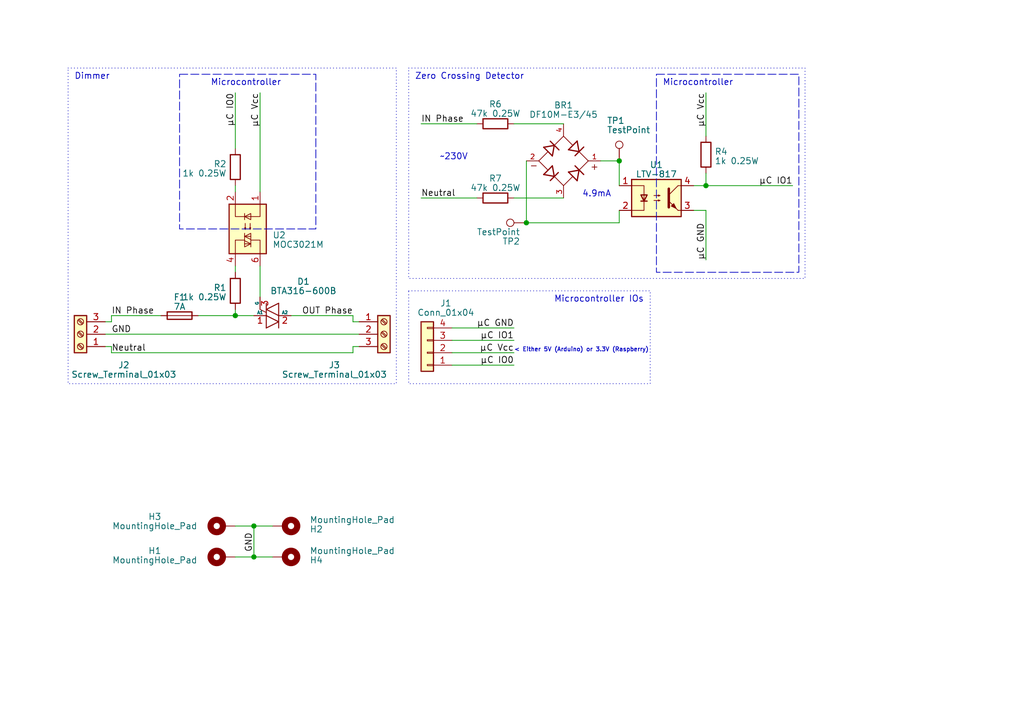
<source format=kicad_sch>
(kicad_sch (version 20230121) (generator eeschema)
  (paper "A5")
  (lib_symbols
    (symbol "Connector:Screw_Terminal_01x03" (pin_names (offset 1.016) hide)
      (property "Reference" "J" (at 0 5.08 0))
      (property "Value" "Screw_Terminal_01x03" (at 0 -5.08 0))
      (symbol "Screw_Terminal_01x03_1_1"
        (rectangle (start -1.27 3.81) (end 1.27 -3.81) (stroke (width 0.254)) (fill (type background)))
        (circle (center 0 -2.54) (radius 0.635) (stroke (width 0.1524)))
        (polyline (pts (xy -0.5334 -2.2098) (xy 0.3302 -3.048)) (stroke (width 0.1524)))
        (polyline (pts (xy -0.5334 0.3302) (xy 0.3302 -0.508)) (stroke (width 0.1524)))
        (polyline (pts (xy -0.5334 2.8702) (xy 0.3302 2.032)) (stroke (width 0.1524)))
        (polyline (pts (xy -0.3556 -2.032) (xy 0.508 -2.8702)) (stroke (width 0.1524)))
        (polyline (pts (xy -0.3556 0.508) (xy 0.508 -0.3302)) (stroke (width 0.1524)))
        (polyline (pts (xy -0.3556 3.048) (xy 0.508 2.2098)) (stroke (width 0.1524)))
        (circle (center 0 0) (radius 0.635) (stroke (width 0.1524)))
        (circle (center 0 2.54) (radius 0.635) (stroke (width 0.1524)))
        (pin passive line (at -5.08 2.54 0) (length 3.81) (name "Pin_1") (number "1"))
        (pin passive line (at -5.08 0 0) (length 3.81) (name "Pin_2") (number "2"))
        (pin passive line (at -5.08 -2.54 0) (length 3.81) (name "Pin_3") (number "3"))
      )
    )
    (symbol "Connector:TestPoint" (pin_numbers hide) (pin_names (offset 0.762) hide)
      (property "Reference" "TP" (at 0 6.858 0))
      (property "Value" "TestPoint" (at 0 5.08 0))
      (symbol "TestPoint_0_1"
        (circle (center 0 3.302) (radius 0.762))
      )
      (symbol "TestPoint_1_1"
        (pin passive line (at 0 0 90) (length 2.54) (name "1") (number "1"))
      )
    )
    (symbol "Connector_Generic:Conn_01x04" (pin_names (offset 1.016) hide)
      (property "Reference" "J" (at 0 5.08 0))
      (property "Value" "Conn_01x04" (at 0 -7.62 0))
      (symbol "Conn_01x04_1_1"
        (rectangle (start -1.27 -4.953) (end 0 -5.207) (stroke (width 0.1524)))
        (rectangle (start -1.27 -2.413) (end 0 -2.667) (stroke (width 0.1524)))
        (rectangle (start -1.27 0.127) (end 0 -0.127) (stroke (width 0.1524)))
        (rectangle (start -1.27 2.667) (end 0 2.413) (stroke (width 0.1524)))
        (rectangle (start -1.27 3.81) (end 1.27 -6.35) (stroke (width 0.254)) (fill (type background)))
        (pin passive line (at -5.08 2.54 0) (length 3.81) (name "Pin_1") (number "1"))
        (pin passive line (at -5.08 0 0) (length 3.81) (name "Pin_2") (number "2"))
        (pin passive line (at -5.08 -2.54 0) (length 3.81) (name "Pin_3") (number "3"))
        (pin passive line (at -5.08 -5.08 0) (length 3.81) (name "Pin_4") (number "4"))
      )
    )
    (symbol "DF10M-E3_45:DF10M-E3{slash}45" (pin_names (offset 1.016))
      (property "Reference" "BR" (at 5.08 5.08 0))
      (property "Value" "DF10M-E3{slash}45" (at 5.08 -7.62 0))
      (symbol "DF10M-E3{slash}45_0_0"
        (polyline (pts (xy -6.858 1.27) (xy -5.842 1.27)) (stroke (width 0.1524)))
        (polyline (pts (xy -6.35 0.762) (xy -6.35 1.778)) (stroke (width 0.1524)))
        (polyline (pts (xy -5.08 0) (xy -3.175 -1.905)) (stroke (width 0.1524)))
        (polyline (pts (xy -3.175 -1.905) (xy -2.794 -4.064)) (stroke (width 0.254)))
        (polyline (pts (xy -3.175 -1.905) (xy -1.016 -2.286)) (stroke (width 0.254)))
        (polyline (pts (xy -3.175 1.905) (xy -5.08 0)) (stroke (width 0.1524)))
        (polyline (pts (xy -3.175 1.905) (xy -2.794 4.064)) (stroke (width 0.254)))
        (polyline (pts (xy -3.175 1.905) (xy -1.016 2.286)) (stroke (width 0.254)))
        (polyline (pts (xy -2.3622 -1.0668) (xy -4.1402 -2.8448)) (stroke (width 0.254)))
        (polyline (pts (xy -2.3622 1.016) (xy -4.1402 2.794)) (stroke (width 0.254)))
        (polyline (pts (xy -1.016 -2.286) (xy -2.794 -4.064)) (stroke (width 0.254)))
        (polyline (pts (xy -1.016 2.286) (xy -2.794 4.064)) (stroke (width 0.254)))
        (polyline (pts (xy 0 -5.08) (xy -1.8034 -3.2766)) (stroke (width 0.1524)))
        (polyline (pts (xy 0 -5.08) (xy 1.905 -3.175)) (stroke (width 0.1524)))
        (polyline (pts (xy 0 5.08) (xy -1.8034 3.2766)) (stroke (width 0.1524)))
        (polyline (pts (xy 1.905 -3.175) (xy 2.286 -1.016)) (stroke (width 0.254)))
        (polyline (pts (xy 1.905 -3.175) (xy 4.064 -2.794)) (stroke (width 0.254)))
        (polyline (pts (xy 1.905 3.175) (xy 0 5.08)) (stroke (width 0.1524)))
        (polyline (pts (xy 1.905 3.175) (xy 2.286 1.016)) (stroke (width 0.254)))
        (polyline (pts (xy 1.905 3.175) (xy 4.064 2.794)) (stroke (width 0.254)))
        (polyline (pts (xy 2.7178 -4.0386) (xy 0.9398 -2.2606)) (stroke (width 0.254)))
        (polyline (pts (xy 2.7178 4.0386) (xy 1.0668 2.3876)) (stroke (width 0.254)))
        (polyline (pts (xy 3.2766 -1.8034) (xy 5.08 0)) (stroke (width 0.1524)))
        (polyline (pts (xy 4.064 -2.794) (xy 2.286 -1.016)) (stroke (width 0.254)))
        (polyline (pts (xy 4.064 2.794) (xy 2.286 1.016)) (stroke (width 0.254)))
        (polyline (pts (xy 5.08 0) (xy 3.2766 1.8034)) (stroke (width 0.1524)))
        (polyline (pts (xy 5.588 1.016) (xy 6.604 1.016)) (stroke (width 0.1524)))
        (pin passive line (at -7.62 0 0) (length 2.54) (name "~") (number "1"))
        (pin passive line (at 7.62 0 180) (length 2.54) (name "~") (number "2"))
        (pin passive line (at 0 7.62 270) (length 2.54) (name "~") (number "3"))
        (pin passive line (at 0 -7.62 90) (length 2.54) (name "~") (number "4"))
      )
    )
    (symbol "Device:Fuse" (pin_numbers hide) (pin_names (offset 0))
      (property "Reference" "F" (at 2.032 0 90))
      (property "Value" "Fuse" (at -1.905 0 90))
      (symbol "Fuse_0_1"
        (rectangle (start -0.762 -2.54) (end 0.762 2.54) (stroke (width 0.254)))
        (polyline (pts (xy 0 2.54) (xy 0 -2.54)))
      )
      (symbol "Fuse_1_1"
        (pin passive line (at 0 3.81 270) (length 1.27) (name "~") (number "1"))
        (pin passive line (at 0 -3.81 90) (length 1.27) (name "~") (number "2"))
      )
    )
    (symbol "Device:Q_TRIAC_A1A2G" (pin_names (offset 0))
      (property "Reference" "D" (at 3.175 0.635 0))
      (property "Value" "Q_TRIAC_A1A2G" (at 3.175 -1.27 0))
      (symbol "Q_TRIAC_A1A2G_0_1"
        (polyline (pts (xy -2.54 -1.27) (xy 2.54 -1.27)) (stroke (width 0.2032)))
        (polyline (pts (xy -2.54 1.27) (xy 2.54 1.27)) (stroke (width 0.2032)))
        (polyline (pts (xy -1.27 -2.54) (xy -0.635 -1.27)))
        (polyline (pts (xy -2.54 1.27) (xy -1.27 -1.27) (xy 0 1.27)) (stroke (width 0.2032)))
        (polyline (pts (xy 0 -1.27) (xy 1.27 1.27) (xy 2.54 -1.27)) (stroke (width 0.2032)))
      )
      (symbol "Q_TRIAC_A1A2G_1_1"
        (pin passive line (at 0 -3.81 90) (length 2.54) (name "A1") (number "1"))
        (pin passive line (at 0 3.81 270) (length 2.54) (name "A2") (number "2"))
        (pin input line (at -3.81 -2.54 0) (length 2.54) (name "G") (number "3"))
      )
    )
    (symbol "Device:R" (pin_numbers hide) (pin_names (offset 0))
      (property "Reference" "R" (at 2.032 0 90))
      (property "Value" "R" (at 0 0 90))
      (symbol "R_0_1"
        (rectangle (start -1.016 -2.54) (end 1.016 2.54) (stroke (width 0.254)))
      )
      (symbol "R_1_1"
        (pin passive line (at 0 3.81 270) (length 1.27) (name "~") (number "1"))
        (pin passive line (at 0 -3.81 90) (length 1.27) (name "~") (number "2"))
      )
    )
    (symbol "Isolator:EL817" (pin_names (offset 1.016))
      (property "Reference" "U" (at -5.08 5.08 0))
      (property "Value" "EL817" (at 0 5.08 0))
      (symbol "EL817_0_1"
        (rectangle (start -5.08 3.81) (end 5.08 -3.81) (stroke (width 0.254)) (fill (type background)))
        (polyline (pts (xy -3.175 -0.635) (xy -1.905 -0.635)) (stroke (width 0.254)))
        (polyline (pts (xy 2.54 0.635) (xy 4.445 2.54)))
        (polyline (pts (xy 4.445 -2.54) (xy 2.54 -0.635)) (fill (type outline)))
        (polyline (pts (xy 4.445 -2.54) (xy 5.08 -2.54)))
        (polyline (pts (xy 4.445 2.54) (xy 5.08 2.54)))
        (polyline (pts (xy -5.08 2.54) (xy -2.54 2.54) (xy -2.54 -0.635)))
        (polyline (pts (xy -2.54 -0.635) (xy -2.54 -2.54) (xy -5.08 -2.54)))
        (polyline (pts (xy 2.54 1.905) (xy 2.54 -1.905) (xy 2.54 -1.905)) (stroke (width 0.508)))
        (polyline (pts (xy -2.54 -0.635) (xy -3.175 0.635) (xy -1.905 0.635) (xy -2.54 -0.635)) (stroke (width 0.254)))
        (polyline (pts (xy -0.508 -0.508) (xy 0.762 -0.508) (xy 0.381 -0.635) (xy 0.381 -0.381) (xy 0.762 -0.508)))
        (polyline (pts (xy -0.508 0.508) (xy 0.762 0.508) (xy 0.381 0.381) (xy 0.381 0.635) (xy 0.762 0.508)))
        (polyline (pts (xy 3.048 -1.651) (xy 3.556 -1.143) (xy 4.064 -2.159) (xy 3.048 -1.651) (xy 3.048 -1.651)) (fill (type outline)))
      )
      (symbol "EL817_1_1"
        (pin passive line (at -7.62 2.54 0) (length 2.54) (name "~") (number "1"))
        (pin passive line (at -7.62 -2.54 0) (length 2.54) (name "~") (number "2"))
        (pin passive line (at 7.62 -2.54 180) (length 2.54) (name "~") (number "3"))
        (pin passive line (at 7.62 2.54 180) (length 2.54) (name "~") (number "4"))
      )
    )
    (symbol "Mechanical:MountingHole_Pad" (pin_numbers hide) (pin_names (offset 1.016) hide)
      (property "Reference" "H" (at 0 6.35 0))
      (property "Value" "MountingHole_Pad" (at 0 4.445 0))
      (symbol "MountingHole_Pad_0_1"
        (circle (center 0 1.27) (radius 1.27) (stroke (width 1.27)))
      )
      (symbol "MountingHole_Pad_1_1"
        (pin input line (at 0 -2.54 90) (length 2.54) (name "1") (number "1"))
      )
    )
    (symbol "Relay_SolidState:MOC3021M"
      (property "Reference" "U" (at -5.334 4.826 0))
      (property "Value" "MOC3021M" (at 0 5.08 0))
      (symbol "MOC3021M_0_1"
        (rectangle (start -5.08 3.81) (end 5.08 -3.81) (stroke (width 0.254)) (fill (type background)))
        (polyline (pts (xy -3.175 -0.635) (xy -1.905 -0.635)))
        (polyline (pts (xy 1.524 -0.635) (xy 1.524 0.635)))
        (polyline (pts (xy 3.048 0.635) (xy 3.048 -0.635)))
        (polyline (pts (xy 2.286 -0.635) (xy 2.286 -2.54) (xy 5.08 -2.54)))
        (polyline (pts (xy 2.286 0.635) (xy 2.286 2.54) (xy 5.08 2.54)))
        (polyline (pts (xy -5.08 2.54) (xy -2.54 2.54) (xy -2.54 -2.54) (xy -5.08 -2.54)))
        (polyline (pts (xy -2.54 -0.635) (xy -3.175 0.635) (xy -1.905 0.635) (xy -2.54 -0.635)))
        (polyline (pts (xy 0.889 -0.635) (xy 3.683 -0.635) (xy 3.048 0.635) (xy 2.413 -0.635)))
        (polyline (pts (xy 3.683 0.635) (xy 0.889 0.635) (xy 1.524 -0.635) (xy 2.159 0.635)))
        (polyline (pts (xy -1.143 -0.508) (xy 0.127 -0.508) (xy -0.254 -0.635) (xy -0.254 -0.381) (xy 0.127 -0.508)))
        (polyline (pts (xy -1.143 0.508) (xy 0.127 0.508) (xy -0.254 0.381) (xy -0.254 0.635) (xy 0.127 0.508)))
      )
      (symbol "MOC3021M_1_1"
        (pin passive line (at -7.62 2.54 0) (length 2.54) (name "~") (number "1"))
        (pin passive line (at -7.62 -2.54 0) (length 2.54) (name "~") (number "2"))
        (pin no_connect line (at -5.08 0 0) (length 2.54) hide (name "NC") (number "3"))
        (pin passive line (at 7.62 -2.54 180) (length 2.54) (name "~") (number "4"))
        (pin no_connect line (at 5.08 0 180) (length 2.54) hide (name "NC") (number "5"))
        (pin passive line (at 7.62 2.54 180) (length 2.54) (name "~") (number "6"))
      )
    )
  )
  (junction (at 144.78 38.1))
  (junction (at 52.07 107.95))
  (junction (at 107.95 45.72))
  (junction (at 127 33.02))
  (junction (at 48.26 64.77))
  (junction (at 52.07 114.3))
  (wire (pts (xy 105.41 40.64) (xy 115.57 40.64)))
  (wire (pts (xy 72.39 71.12) (xy 73.66 71.12)))
  (wire (pts (xy 86.36 40.64) (xy 97.79 40.64)))
  (wire (pts (xy 72.39 64.77) (xy 72.39 66.04)))
  (wire (pts (xy 123.19 33.02) (xy 127 33.02)))
  (wire (pts (xy 59.69 64.77) (xy 72.39 64.77)))
  (wire (pts (xy 53.34 19.05) (xy 53.34 39.37)))
  (wire (pts (xy 21.59 68.58) (xy 73.66 68.58)))
  (wire (pts (xy 48.26 55.88) (xy 48.26 54.61)))
  (wire (pts (xy 144.78 19.05) (xy 144.78 27.94)))
  (wire (pts (xy 127 33.02) (xy 127 38.1)))
  (wire (pts (xy 92.71 69.85) (xy 105.41 69.85)))
  (wire (pts (xy 92.71 74.93) (xy 105.41 74.93)))
  (wire (pts (xy 52.07 107.95) (xy 55.88 107.95)))
  (wire (pts (xy 92.71 67.31) (xy 105.41 67.31)))
  (wire (pts (xy 144.78 43.18) (xy 144.78 53.34)))
  (wire (pts (xy 48.26 107.95) (xy 52.07 107.95)))
  (wire (pts (xy 48.26 19.05) (xy 48.26 30.48)))
  (wire (pts (xy 22.86 64.77) (xy 33.02 64.77)))
  (wire (pts (xy 22.86 72.39) (xy 72.39 72.39)))
  (wire (pts (xy 144.78 38.1) (xy 144.78 35.56)))
  (wire (pts (xy 142.24 38.1) (xy 144.78 38.1)))
  (wire (pts (xy 53.34 54.61) (xy 53.34 60.96)))
  (wire (pts (xy 107.95 45.72) (xy 127 45.72)))
  (wire (pts (xy 40.64 64.77) (xy 48.26 64.77)))
  (wire (pts (xy 107.95 45.72) (xy 107.95 33.02)))
  (wire (pts (xy 105.41 25.4) (xy 115.57 25.4)))
  (wire (pts (xy 86.36 25.4) (xy 97.79 25.4)))
  (wire (pts (xy 48.26 114.3) (xy 52.07 114.3)))
  (wire (pts (xy 22.86 64.77) (xy 22.86 66.04)))
  (wire (pts (xy 127 45.72) (xy 127 43.18)))
  (wire (pts (xy 72.39 72.39) (xy 72.39 71.12)))
  (wire (pts (xy 22.86 71.12) (xy 21.59 71.12)))
  (wire (pts (xy 48.26 39.37) (xy 48.26 38.1)))
  (wire (pts (xy 22.86 66.04) (xy 21.59 66.04)))
  (wire (pts (xy 144.78 38.1) (xy 162.56 38.1)))
  (wire (pts (xy 48.26 63.5) (xy 48.26 64.77)))
  (wire (pts (xy 52.07 107.95) (xy 52.07 114.3)))
  (wire (pts (xy 22.86 72.39) (xy 22.86 71.12)))
  (wire (pts (xy 92.71 72.39) (xy 105.41 72.39)))
  (wire (pts (xy 55.88 114.3) (xy 52.07 114.3)))
  (wire (pts (xy 144.78 43.18) (xy 142.24 43.18)))
  (wire (pts (xy 72.39 66.04) (xy 73.66 66.04)))
  (wire (pts (xy 48.26 64.77) (xy 52.07 64.77)))
  (rectangle (start 13.97 13.97) (end 81.28 78.74) (stroke (width 0) (type dot)))
  (rectangle (start 134.62 15.24) (end 163.83 55.88) (stroke (width 0) (type dash)))
  (rectangle (start 83.82 59.69) (end 133.35 78.74) (stroke (width 0) (type dot)))
  (rectangle (start 83.82 13.97) (end 165.1 57.15) (stroke (width 0) (type dot)))
  (rectangle (start 36.83 15.24) (end 64.77 46.99) (stroke (width 0) (type dash)))
  (text "Microcontroller" (at 135.89 17.78 0) (effects (font (size 1.27 1.27)) (justify left bottom)))
  (text "< Either 5V (Arduino) or 3.3V (Raspberry)" (at 105.41 72.39 0) (effects (font (size 0.85 0.85)) (justify left bottom)))
  (text "Dimmer" (at 15.24 16.51 0) (effects (font (size 1.27 1.27)) (justify left bottom)))
  (text "~230V" (at 90.17 33.02 0) (effects (font (size 1.27 1.27)) (justify left bottom)))
  (text "Microcontroller IOs" (at 132.08 62.23 0) (effects (font (size 1.27 1.27)) (justify right bottom)))
  (text "Zero Crossing Detector" (at 85.09 16.51 0) (effects (font (size 1.27 1.27)) (justify left bottom)))
  (text "Microcontroller" (at 43.18 17.78 0) (effects (font (size 1.27 1.27)) (justify left bottom)))
  (text "4.9mA" (at 119.38 40.64 0) (effects (font (size 1.27 1.27)) (justify left bottom)))
  (label "µC Vcc" (at 53.34 19.05 270))
  (label "µC GND" (at 144.78 53.34 90))
  (label "OUT Phase" (at 72.39 64.77 180))
  (label "µC GND" (at 105.41 67.31 180))
  (label "Neutral" (at 22.86 72.39 0))
  (label "IN Phase" (at 86.36 25.4 0))
  (label "µC IO0" (at 48.26 19.05 270))
  (label "Neutral" (at 86.36 40.64 0))
  (label "GND" (at 52.07 109.22 270))
  (label "GND" (at 22.86 68.58 0))
  (label "µC Vcc" (at 144.78 19.05 270))
  (label "IN Phase" (at 22.86 64.77 0))
  (label "µC Vcc" (at 105.41 72.39 180))
  (label "µC IO0" (at 105.41 74.93 180))
  (label "µC IO1" (at 105.41 69.85 180))
  (label "µC IO1" (at 162.56 38.1 180))
  (symbol (lib_id "Device:Q_TRIAC_A1A2G") (at 55.88 64.77 270) (unit 1)
    (property "Reference" "D1" (at 62.23 57.769 90))
    (property "Value" "BTA316-600B" (at 62.23 59.69 90))
    (property "Footprint" "Custom_Packages:TO-220-3_Vertical_Stagger" (effects hide))
    (property "Datasheet" "https://www.mouser.fr/datasheet/2/848/bta316-600b-1520749.pdf" (effects hide))
  )
  (symbol (lib_id "DF10M-E3_45:DF10M-E3{slash}45") (at 115.57 33.02 180) (unit 1)
    (property "Reference" "BR1" (at 115.57 21.59 0))
    (property "Value" "DF10M-E3/45" (at 115.57 23.511 0))
    (property "Footprint" "Diode_Bridge:DIP797W52P510L831H533Q4" (effects hide))
    (property "Datasheet" "https://www.mouser.fr/datasheet/2/427/dfm-1768184.pdf" (effects hide))
    (property "MAXIMUM_PACKAGE_HEIGHT" "5.33 mm" (effects hide))
    (property "STANDARD" "IPC 7351B" (effects hide))
    (property "PARTREV" "03-Sep-2020" (effects hide))
    (property "MANUFACTURER" "Vishay" (effects hide))
  )
  (symbol (lib_id "Relay_SolidState:MOC3021M") (at 50.8 46.99 270) (unit 1)
    (property "Reference" "U2" (at 55.88 48.26 90) (effects (justify left)))
    (property "Value" "MOC3021M" (at 55.88 50.181 90) (effects (justify left)))
    (property "Footprint" "Package_DIP:DIP-6_W10.16mm" (effects hide))
    (property "Datasheet" "https://www.mouser.fr/datasheet/2/308/MOC3023M_D-1811849.pdf" (effects hide))
  )
  (symbol (lib_id "Mechanical:MountingHole_Pad") (at 58.42 107.95 270) (unit 1)
    (property "Reference" "H2" (at 63.5 108.601 90) (effects (justify left)))
    (property "Value" "MountingHole_Pad" (at 63.5 106.68 90) (effects (justify left)))
    (property "Footprint" "MountingHole:MountingHole_2.2mm_M2_DIN965_Pad" (effects hide))
  )
  (symbol (lib_id "Device:R") (at 144.78 31.75 180) (unit 1)
    (property "Reference" "R4" (at 146.558 31.1063 0) (effects (justify right)))
    (property "Value" "1k 0.25W" (at 146.558 33.0273 0) (effects (justify right)))
    (property "Footprint" "Resistor_THT:R_Axial_DIN0207_L6.3mm_D2.5mm_P10.16mm_Horizontal" (effects hide))
  )
  (symbol (lib_id "Mechanical:MountingHole_Pad") (at 58.42 114.3 270) (unit 1)
    (property "Reference" "H4" (at 63.5 114.951 90) (effects (justify left)))
    (property "Value" "MountingHole_Pad" (at 63.5 113.03 90) (effects (justify left)))
    (property "Footprint" "MountingHole:MountingHole_2.2mm_M2_DIN965_Pad" (effects hide))
  )
  (symbol (lib_id "Device:R") (at 101.6 25.4 270) (unit 1)
    (property "Reference" "R6" (at 101.6 21.3741 90))
    (property "Value" "47k 0.25W" (at 101.6 23.2951 90))
    (property "Footprint" "Resistor_THT:R_Axial_DIN0207_L6.3mm_D2.5mm_P10.16mm_Horizontal" (effects hide))
  )
  (symbol (lib_id "Device:Fuse") (at 36.83 64.77 90) (unit 1)
    (property "Reference" "F1" (at 36.83 60.9981 90))
    (property "Value" "7A" (at 36.83 62.9191 90))
    (property "Footprint" "Fuseholder:0751.0231Schurter" (effects hide))
    (property "Datasheet" "https://www.mouser.fr/datasheet/2/358/typ_OG__Clip__5x20-2553.pdf" (effects hide))
    (property "Fuse" "https://www.mouser.fr/ProductDetail/Littelfuse/0235007.MXP?qs=Co4VkB5J4%2Fv%252BPcMVVdj0rw%3D%3D" (effects hide))
  )
  (symbol (lib_id "Connector:TestPoint") (at 107.95 45.72 90) (unit 1)
    (property "Reference" "TP2" (at 106.68 49.53 90) (effects (justify left)))
    (property "Value" "TestPoint" (at 106.68 47.609 90) (effects (justify left)))
    (property "Footprint" "TestPoint:TestPoint_Pad_D2.0mm" (effects hide))
  )
  (symbol (lib_id "Mechanical:MountingHole_Pad") (at 45.72 107.95 90) (unit 1)
    (property "Reference" "H3" (at 31.75 106.029 90))
    (property "Value" "MountingHole_Pad" (at 31.75 107.95 90))
    (property "Footprint" "MountingHole:MountingHole_2.2mm_M2_DIN965_Pad" (effects hide))
  )
  (symbol (lib_id "Device:R") (at 48.26 34.29 0) (mirror y) (unit 1)
    (property "Reference" "R2" (at 46.482 33.6463 0) (effects (justify left)))
    (property "Value" "1k 0.25W" (at 46.482 35.5673 0) (effects (justify left)))
    (property "Footprint" "Resistor_THT:R_Axial_DIN0207_L6.3mm_D2.5mm_P10.16mm_Horizontal" (effects hide))
  )
  (symbol (lib_id "Connector_Generic:Conn_01x04") (at 87.63 72.39 180) (unit 1)
    (property "Reference" "J1" (at 91.44 62.23 0))
    (property "Value" "Conn_01x04" (at 91.44 64.151 0))
    (property "Footprint" "Connector_JST:JST_EH_S4B-EH_1x04_P2.50mm_Horizontal" (effects hide))
  )
  (symbol (lib_id "Connector:Screw_Terminal_01x03") (at 16.51 68.58 180) (unit 1)
    (property "Reference" "J2" (at 25.4 74.93 0))
    (property "Value" "Screw_Terminal_01x03" (at 25.4 76.851 0))
    (property "Footprint" "TerminalBlock_Phoenix:TerminalBlock_Phoenix_PT-1,5-3-3.5-H_1x03_P3.50mm_Horizontal" (effects hide))
    (property "Datasheet" "https://www.phoenixcontact.com/en-us/products/printed-circuit-board-terminal-pt-15-3-50-h-1935174?type=pdf" (effects hide))
  )
  (symbol (lib_id "Connector:Screw_Terminal_01x03") (at 78.74 68.58 0) (unit 1)
    (property "Reference" "J3" (at 68.58 74.93 0))
    (property "Value" "Screw_Terminal_01x03" (at 68.58 76.851 0))
    (property "Footprint" "TerminalBlock_Phoenix:TerminalBlock_Phoenix_PT-1,5-3-3.5-H_1x03_P3.50mm_Horizontal" (effects hide))
    (property "Datasheet" "https://www.phoenixcontact.com/en-us/products/printed-circuit-board-terminal-pt-15-3-50-h-1935174?type=pdf" (effects hide))
  )
  (symbol (lib_id "Device:R") (at 48.26 59.69 0) (mirror y) (unit 1)
    (property "Reference" "R1" (at 46.482 59.0463 0) (effects (justify left)))
    (property "Value" "1k 0.25W" (at 46.482 60.9673 0) (effects (justify left)))
    (property "Footprint" "Resistor_THT:R_Axial_DIN0207_L6.3mm_D2.5mm_P10.16mm_Horizontal" (effects hide))
  )
  (symbol (lib_id "Device:R") (at 101.6 40.64 270) (unit 1)
    (property "Reference" "R7" (at 101.6 36.6141 90))
    (property "Value" "47k 0.25W" (at 101.6 38.5351 90))
    (property "Footprint" "Resistor_THT:R_Axial_DIN0207_L6.3mm_D2.5mm_P10.16mm_Horizontal" (effects hide))
  )
  (symbol (lib_id "Connector:TestPoint") (at 127 33.02 0) (unit 1)
    (property "Reference" "TP1" (at 124.46 24.749 0) (effects (justify left)))
    (property "Value" "TestPoint" (at 124.46 26.67 0) (effects (justify left)))
    (property "Footprint" "TestPoint:TestPoint_Pad_D2.0mm" (effects hide))
  )
  (symbol (lib_id "Mechanical:MountingHole_Pad") (at 45.72 114.3 90) (unit 1)
    (property "Reference" "H1" (at 31.75 113.03 90))
    (property "Value" "MountingHole_Pad" (at 31.75 114.951 90))
    (property "Footprint" "MountingHole:MountingHole_2.2mm_M2_DIN965_Pad" (effects hide))
  )
  (symbol (lib_id "Isolator:EL817") (at 134.62 40.64 0) (unit 1)
    (property "Reference" "U1" (at 134.62 33.8201 0))
    (property "Value" "LTV-817" (at 134.62 35.7411 0))
    (property "Footprint" "Package_DIP:DIP-4_W7.62mm" (effects hide))
    (property "Datasheet" "https://www.mouser.fr/ProductDetail/Lite-On/LTV-817?qs=N6LLV8I65%252BeGRLHZiOxD6A%3D%3D" (effects hide))
  )
)
</source>
